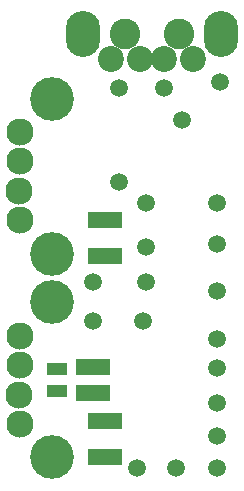
<source format=gbr>
G04 #@! TF.GenerationSoftware,KiCad,Pcbnew,(5.0.0)*
G04 #@! TF.CreationDate,2018-10-08T17:29:22-04:00*
G04 #@! TF.ProjectId,m3_usb_split,6D335F7573625F73706C69742E6B6963,0*
G04 #@! TF.SameCoordinates,Original*
G04 #@! TF.FileFunction,Soldermask,Bot*
G04 #@! TF.FilePolarity,Negative*
%FSLAX46Y46*%
G04 Gerber Fmt 4.6, Leading zero omitted, Abs format (unit mm)*
G04 Created by KiCad (PCBNEW (5.0.0)) date 10/08/18 17:29:22*
%MOMM*%
%LPD*%
G01*
G04 APERTURE LIST*
%ADD10C,2.300000*%
%ADD11C,3.700000*%
%ADD12O,2.900000X3.900000*%
%ADD13C,2.600000*%
%ADD14C,2.200000*%
%ADD15R,1.700000X1.100000*%
%ADD16R,1.050000X1.460000*%
%ADD17R,2.900000X1.400000*%
%ADD18C,1.500000*%
G04 APERTURE END LIST*
D10*
G04 #@! TO.C,J3*
X107790000Y-127750000D03*
X107800000Y-130250000D03*
X107775000Y-132750000D03*
X107790000Y-135250000D03*
D11*
X110500000Y-124930000D03*
X110500000Y-138070000D03*
G04 #@! TD*
D12*
G04 #@! TO.C,J1*
X124850000Y-102250000D03*
X113150000Y-102250000D03*
D13*
X121300000Y-102250000D03*
X116700000Y-102250000D03*
D14*
X122500000Y-104350000D03*
X120000000Y-104350000D03*
X118000000Y-104350000D03*
X115500000Y-104350000D03*
G04 #@! TD*
D11*
G04 #@! TO.C,J2*
X110500000Y-120820000D03*
X110500000Y-107680000D03*
D10*
X107790000Y-118000000D03*
X107775000Y-115500000D03*
X107800000Y-113000000D03*
X107790000Y-110500000D03*
G04 #@! TD*
D15*
G04 #@! TO.C,R1*
X111000000Y-132450000D03*
X111000000Y-130550000D03*
G04 #@! TD*
D16*
G04 #@! TO.C,U1*
X114000000Y-132600000D03*
X113050000Y-132600000D03*
X114950000Y-132600000D03*
X114950000Y-130400000D03*
X114000000Y-130400000D03*
X113050000Y-130400000D03*
G04 #@! TD*
D17*
G04 #@! TO.C,C2*
X115000000Y-121000000D03*
X115000000Y-118000000D03*
G04 #@! TD*
G04 #@! TO.C,C1*
X115000000Y-138000000D03*
X115000000Y-135000000D03*
G04 #@! TD*
D18*
X124750000Y-106250000D03*
X121500000Y-109500000D03*
X116250000Y-114750000D03*
X117750000Y-139000000D03*
X118250000Y-126500000D03*
X114000000Y-126500000D03*
X114000000Y-123250000D03*
X118500000Y-123250000D03*
X118500000Y-120250000D03*
X118500000Y-116500000D03*
X124500000Y-116500000D03*
X124500000Y-120000000D03*
X124500000Y-124000000D03*
X124500000Y-128000000D03*
X124500000Y-130500000D03*
X124500000Y-133500000D03*
X124500000Y-136250000D03*
X124500000Y-139000000D03*
X121000000Y-139000000D03*
X120000000Y-106750000D03*
X116250000Y-106750000D03*
M02*

</source>
